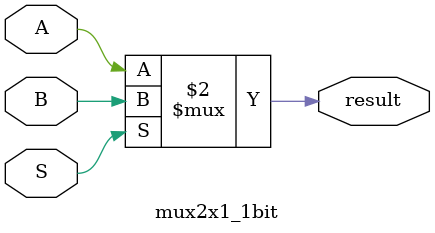
<source format=v>
module mux2x1_1bit(
	input A, B,
   input S,
   output result);
	
   assign result = (S == 1'b0) ? A : B;
	
endmodule

</source>
